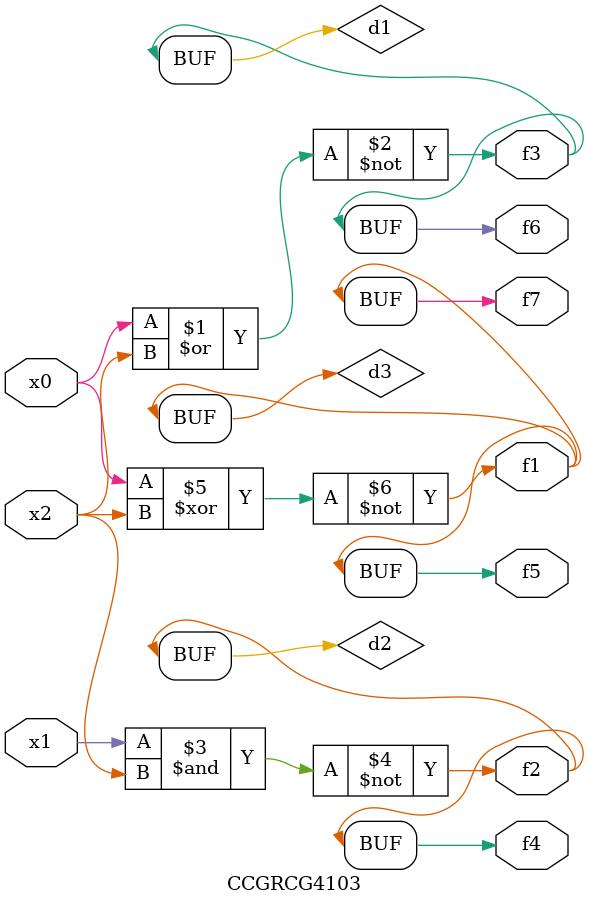
<source format=v>
module CCGRCG4103(
	input x0, x1, x2,
	output f1, f2, f3, f4, f5, f6, f7
);

	wire d1, d2, d3;

	nor (d1, x0, x2);
	nand (d2, x1, x2);
	xnor (d3, x0, x2);
	assign f1 = d3;
	assign f2 = d2;
	assign f3 = d1;
	assign f4 = d2;
	assign f5 = d3;
	assign f6 = d1;
	assign f7 = d3;
endmodule

</source>
